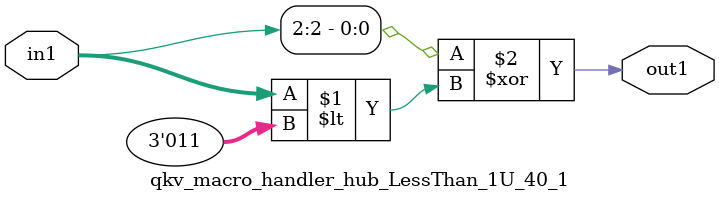
<source format=v>

`timescale 1ps / 1ps


module qkv_macro_handler_hub_LessThan_1U_40_1( in1, out1 );

    input [2:0] in1;
    output out1;

    
    // rtl_process:qkv_macro_handler_hub_LessThan_1U_40_1/qkv_macro_handler_hub_LessThan_1U_40_1_thread_1
    assign out1 = (in1[2] ^ in1 < 3'd3);

endmodule


</source>
